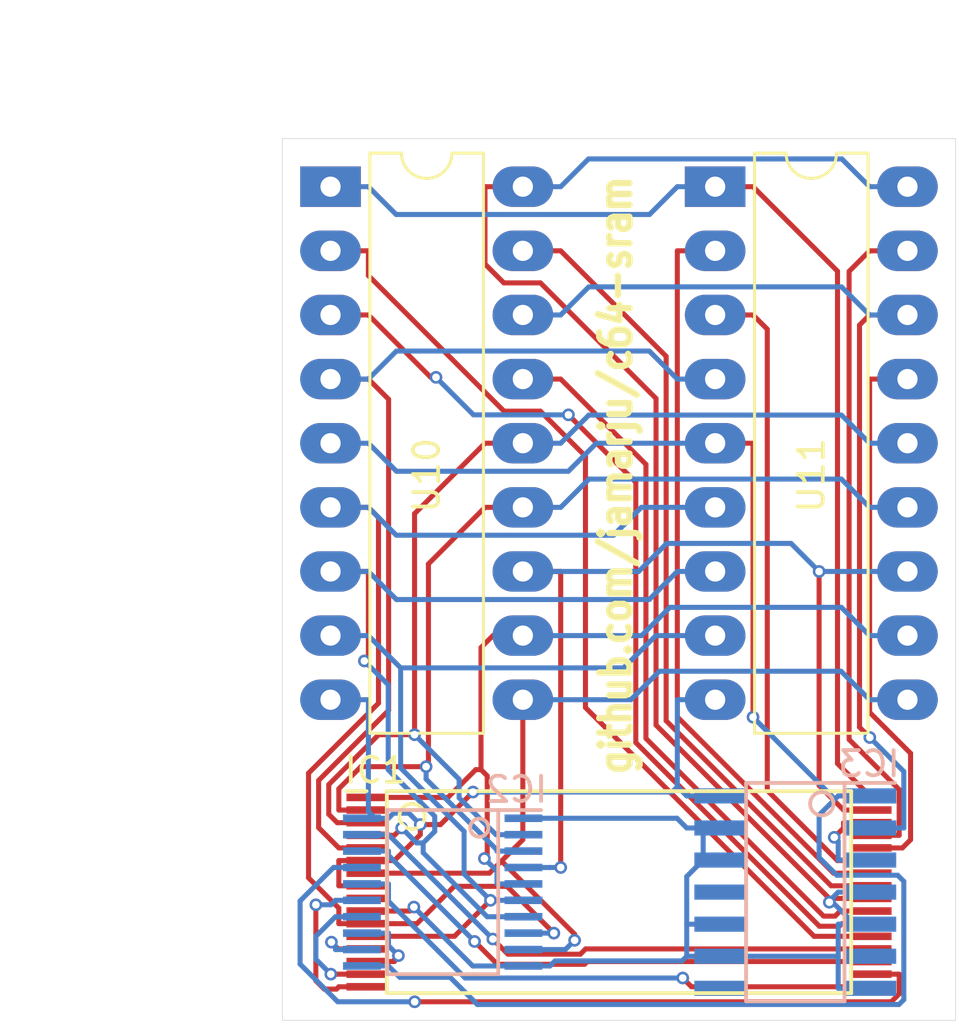
<source format=kicad_pcb>
(kicad_pcb (version 4) (host pcbnew 4.0.7)

  (general
    (links 67)
    (no_connects 0)
    (area 89.824715 84.549 126.377701 126.17)
    (thickness 1.6)
    (drawings 7)
    (tracks 409)
    (zones 0)
    (modules 5)
    (nets 36)
  )

  (page A4)
  (layers
    (0 F.Cu signal)
    (31 B.Cu signal)
    (32 B.Adhes user hide)
    (33 F.Adhes user hide)
    (34 B.Paste user hide)
    (35 F.Paste user hide)
    (36 B.SilkS user)
    (37 F.SilkS user)
    (38 B.Mask user)
    (39 F.Mask user)
    (40 Dwgs.User user)
    (41 Cmts.User user)
    (42 Eco1.User user hide)
    (43 Eco2.User user hide)
    (44 Edge.Cuts user)
    (45 Margin user)
    (46 B.CrtYd user hide)
    (47 F.CrtYd user)
    (48 B.Fab user hide)
    (49 F.Fab user hide)
  )

  (setup
    (last_trace_width 0.2)
    (trace_clearance 0.2)
    (zone_clearance 0.508)
    (zone_45_only no)
    (trace_min 0.2)
    (segment_width 0.2)
    (edge_width 0.0254)
    (via_size 0.5)
    (via_drill 0.3)
    (via_min_size 0.4)
    (via_min_drill 0.3)
    (uvia_size 0.3)
    (uvia_drill 0.1)
    (uvias_allowed no)
    (uvia_min_size 0.2)
    (uvia_min_drill 0.1)
    (pcb_text_width 0.3)
    (pcb_text_size 1.5 1.5)
    (mod_edge_width 0.15)
    (mod_text_size 1 1)
    (mod_text_width 0.15)
    (pad_size 1.524 1.524)
    (pad_drill 0.762)
    (pad_to_mask_clearance 0.2)
    (aux_axis_origin 0 0)
    (visible_elements FFFEFF7F)
    (pcbplotparams
      (layerselection 0x00030_80000001)
      (usegerberextensions false)
      (excludeedgelayer true)
      (linewidth 0.100000)
      (plotframeref false)
      (viasonmask false)
      (mode 1)
      (useauxorigin false)
      (hpglpennumber 1)
      (hpglpenspeed 20)
      (hpglpendiameter 15)
      (hpglpenoverlay 2)
      (psnegative false)
      (psa4output false)
      (plotreference true)
      (plotvalue true)
      (plotinvisibletext false)
      (padsonsilk false)
      (subtractmaskfromsilk false)
      (outputformat 1)
      (mirror false)
      (drillshape 1)
      (scaleselection 1)
      (outputdirectory ""))
  )

  (net 0 "")
  (net 1 /MA3)
  (net 2 /MA1)
  (net 3 /MA0)
  (net 4 /MA5)
  (net 5 /~WE)
  (net 6 /VCC)
  (net 7 /MA7)
  (net 8 "Net-(IC1-Pad9)")
  (net 9 GND)
  (net 10 /MA6)
  (net 11 /MA4)
  (net 12 /A7)
  (net 13 /A6)
  (net 14 /A5)
  (net 15 /A4)
  (net 16 /A3)
  (net 17 /A2)
  (net 18 /A1)
  (net 19 /A0)
  (net 20 /D0)
  (net 21 /D1)
  (net 22 /D2)
  (net 23 /D3)
  (net 24 /D4)
  (net 25 /D5)
  (net 26 /D6)
  (net 27 /D7)
  (net 28 "Net-(IC1-Pad30)")
  (net 29 /MA2)
  (net 30 /~OE)
  (net 31 /~RAS)
  (net 32 /~CAS)
  (net 33 "Net-(IC3-Pad6)")
  (net 34 "Net-(IC3-Pad8)")
  (net 35 "Net-(IC3-Pad11)")

  (net_class Default "Esta es la clase de red por defecto."
    (clearance 0.2)
    (trace_width 0.2)
    (via_dia 0.5)
    (via_drill 0.3)
    (uvia_dia 0.3)
    (uvia_drill 0.1)
    (add_net /A0)
    (add_net /A1)
    (add_net /A2)
    (add_net /A3)
    (add_net /A4)
    (add_net /A5)
    (add_net /A6)
    (add_net /A7)
    (add_net /D0)
    (add_net /D1)
    (add_net /D2)
    (add_net /D3)
    (add_net /D4)
    (add_net /D5)
    (add_net /D6)
    (add_net /D7)
    (add_net /MA0)
    (add_net /MA1)
    (add_net /MA2)
    (add_net /MA3)
    (add_net /MA4)
    (add_net /MA5)
    (add_net /MA6)
    (add_net /MA7)
    (add_net /VCC)
    (add_net /~CAS)
    (add_net /~OE)
    (add_net /~RAS)
    (add_net /~WE)
    (add_net GND)
    (add_net "Net-(IC1-Pad30)")
    (add_net "Net-(IC1-Pad9)")
    (add_net "Net-(IC3-Pad11)")
    (add_net "Net-(IC3-Pad6)")
    (add_net "Net-(IC3-Pad8)")
  )

  (module Housings_DIP:DIP-18_W7.62mm_LongPads (layer F.Cu) (tedit 5A78BAF6) (tstamp 5A6E356C)
    (at 116.84 91.44)
    (descr "18-lead though-hole mounted DIP package, row spacing 7.62 mm (300 mils), LongPads")
    (tags "THT DIP DIL PDIP 2.54mm 7.62mm 300mil LongPads")
    (path /5A6CD43B)
    (fp_text reference U11 (at 3.81 11.43 90) (layer F.SilkS)
      (effects (font (size 1 1) (thickness 0.15)))
    )
    (fp_text value TMS4464 (at 1.905 -2.413) (layer F.Fab)
      (effects (font (size 1 1) (thickness 0.15)))
    )
    (fp_arc (start 3.81 -1.33) (end 2.81 -1.33) (angle -180) (layer F.SilkS) (width 0.12))
    (fp_line (start 1.635 -1.27) (end 6.985 -1.27) (layer F.Fab) (width 0.1))
    (fp_line (start 6.985 -1.27) (end 6.985 21.59) (layer F.Fab) (width 0.1))
    (fp_line (start 6.985 21.59) (end 0.635 21.59) (layer F.Fab) (width 0.1))
    (fp_line (start 0.635 21.59) (end 0.635 -0.27) (layer F.Fab) (width 0.1))
    (fp_line (start 0.635 -0.27) (end 1.635 -1.27) (layer F.Fab) (width 0.1))
    (fp_line (start 2.81 -1.33) (end 1.56 -1.33) (layer F.SilkS) (width 0.12))
    (fp_line (start 1.56 -1.33) (end 1.56 21.65) (layer F.SilkS) (width 0.12))
    (fp_line (start 1.56 21.65) (end 6.06 21.65) (layer F.SilkS) (width 0.12))
    (fp_line (start 6.06 21.65) (end 6.06 -1.33) (layer F.SilkS) (width 0.12))
    (fp_line (start 6.06 -1.33) (end 4.81 -1.33) (layer F.SilkS) (width 0.12))
    (fp_line (start -1.45 -1.55) (end -1.45 21.85) (layer F.CrtYd) (width 0.05))
    (fp_line (start -1.45 21.85) (end 9.1 21.85) (layer F.CrtYd) (width 0.05))
    (fp_line (start 9.1 21.85) (end 9.1 -1.55) (layer F.CrtYd) (width 0.05))
    (fp_line (start 9.1 -1.55) (end -1.45 -1.55) (layer F.CrtYd) (width 0.05))
    (fp_text user %R (at 3.81 10.16) (layer F.Fab)
      (effects (font (size 1 1) (thickness 0.15)))
    )
    (pad 1 thru_hole rect (at 0 0) (size 2.4 1.6) (drill 0.8) (layers *.Cu *.Mask)
      (net 30 /~OE))
    (pad 10 thru_hole oval (at 7.62 20.32) (size 2.4 1.6) (drill 0.8) (layers *.Cu *.Mask)
      (net 7 /MA7))
    (pad 2 thru_hole oval (at 0 2.54) (size 2.4 1.6) (drill 0.8) (layers *.Cu *.Mask)
      (net 24 /D4))
    (pad 11 thru_hole oval (at 7.62 17.78) (size 2.4 1.6) (drill 0.8) (layers *.Cu *.Mask)
      (net 1 /MA3))
    (pad 3 thru_hole oval (at 0 5.08) (size 2.4 1.6) (drill 0.8) (layers *.Cu *.Mask)
      (net 25 /D5))
    (pad 12 thru_hole oval (at 7.62 15.24) (size 2.4 1.6) (drill 0.8) (layers *.Cu *.Mask)
      (net 29 /MA2))
    (pad 4 thru_hole oval (at 0 7.62) (size 2.4 1.6) (drill 0.8) (layers *.Cu *.Mask)
      (net 5 /~WE))
    (pad 13 thru_hole oval (at 7.62 12.7) (size 2.4 1.6) (drill 0.8) (layers *.Cu *.Mask)
      (net 2 /MA1))
    (pad 5 thru_hole oval (at 0 10.16) (size 2.4 1.6) (drill 0.8) (layers *.Cu *.Mask)
      (net 31 /~RAS))
    (pad 14 thru_hole oval (at 7.62 10.16) (size 2.4 1.6) (drill 0.8) (layers *.Cu *.Mask)
      (net 3 /MA0))
    (pad 6 thru_hole oval (at 0 12.7) (size 2.4 1.6) (drill 0.8) (layers *.Cu *.Mask)
      (net 10 /MA6))
    (pad 15 thru_hole oval (at 7.62 7.62) (size 2.4 1.6) (drill 0.8) (layers *.Cu *.Mask)
      (net 26 /D6))
    (pad 7 thru_hole oval (at 0 15.24) (size 2.4 1.6) (drill 0.8) (layers *.Cu *.Mask)
      (net 4 /MA5))
    (pad 16 thru_hole oval (at 7.62 5.08) (size 2.4 1.6) (drill 0.8) (layers *.Cu *.Mask)
      (net 32 /~CAS))
    (pad 8 thru_hole oval (at 0 17.78) (size 2.4 1.6) (drill 0.8) (layers *.Cu *.Mask)
      (net 11 /MA4))
    (pad 17 thru_hole oval (at 7.62 2.54) (size 2.4 1.6) (drill 0.8) (layers *.Cu *.Mask)
      (net 27 /D7))
    (pad 9 thru_hole oval (at 0 20.32) (size 2.4 1.6) (drill 0.8) (layers *.Cu *.Mask)
      (net 6 /VCC))
    (pad 18 thru_hole oval (at 7.62 0) (size 2.4 1.6) (drill 0.8) (layers *.Cu *.Mask)
      (net 9 GND))
    (model ${KISYS3DMOD}/Housings_DIP.3dshapes/DIP-18_W7.62mm.wrl
      (at (xyz 0 0 0))
      (scale (xyz 1 1 1))
      (rotate (xyz 0 0 0))
    )
  )

  (module Housings_DIP:DIP-18_W7.62mm_LongPads (layer F.Cu) (tedit 5A78BAEE) (tstamp 5A6E3556)
    (at 101.6 91.44)
    (descr "18-lead though-hole mounted DIP package, row spacing 7.62 mm (300 mils), LongPads")
    (tags "THT DIP DIL PDIP 2.54mm 7.62mm 300mil LongPads")
    (path /5A6CD45D)
    (fp_text reference U10 (at 3.81 11.43 90) (layer F.SilkS)
      (effects (font (size 1 1) (thickness 0.15)))
    )
    (fp_text value TMS4464 (at 2.159 -2.413) (layer F.Fab)
      (effects (font (size 1 1) (thickness 0.15)))
    )
    (fp_arc (start 3.81 -1.33) (end 2.81 -1.33) (angle -180) (layer F.SilkS) (width 0.12))
    (fp_line (start 1.635 -1.27) (end 6.985 -1.27) (layer F.Fab) (width 0.1))
    (fp_line (start 6.985 -1.27) (end 6.985 21.59) (layer F.Fab) (width 0.1))
    (fp_line (start 6.985 21.59) (end 0.635 21.59) (layer F.Fab) (width 0.1))
    (fp_line (start 0.635 21.59) (end 0.635 -0.27) (layer F.Fab) (width 0.1))
    (fp_line (start 0.635 -0.27) (end 1.635 -1.27) (layer F.Fab) (width 0.1))
    (fp_line (start 2.81 -1.33) (end 1.56 -1.33) (layer F.SilkS) (width 0.12))
    (fp_line (start 1.56 -1.33) (end 1.56 21.65) (layer F.SilkS) (width 0.12))
    (fp_line (start 1.56 21.65) (end 6.06 21.65) (layer F.SilkS) (width 0.12))
    (fp_line (start 6.06 21.65) (end 6.06 -1.33) (layer F.SilkS) (width 0.12))
    (fp_line (start 6.06 -1.33) (end 4.81 -1.33) (layer F.SilkS) (width 0.12))
    (fp_line (start -1.45 -1.55) (end -1.45 21.85) (layer F.CrtYd) (width 0.05))
    (fp_line (start -1.45 21.85) (end 9.1 21.85) (layer F.CrtYd) (width 0.05))
    (fp_line (start 9.1 21.85) (end 9.1 -1.55) (layer F.CrtYd) (width 0.05))
    (fp_line (start 9.1 -1.55) (end -1.45 -1.55) (layer F.CrtYd) (width 0.05))
    (fp_text user %R (at 3.81 10.16) (layer F.Fab)
      (effects (font (size 1 1) (thickness 0.15)))
    )
    (pad 1 thru_hole rect (at 0 0) (size 2.4 1.6) (drill 0.8) (layers *.Cu *.Mask)
      (net 30 /~OE))
    (pad 10 thru_hole oval (at 7.62 20.32) (size 2.4 1.6) (drill 0.8) (layers *.Cu *.Mask)
      (net 7 /MA7))
    (pad 2 thru_hole oval (at 0 2.54) (size 2.4 1.6) (drill 0.8) (layers *.Cu *.Mask)
      (net 20 /D0))
    (pad 11 thru_hole oval (at 7.62 17.78) (size 2.4 1.6) (drill 0.8) (layers *.Cu *.Mask)
      (net 1 /MA3))
    (pad 3 thru_hole oval (at 0 5.08) (size 2.4 1.6) (drill 0.8) (layers *.Cu *.Mask)
      (net 21 /D1))
    (pad 12 thru_hole oval (at 7.62 15.24) (size 2.4 1.6) (drill 0.8) (layers *.Cu *.Mask)
      (net 29 /MA2))
    (pad 4 thru_hole oval (at 0 7.62) (size 2.4 1.6) (drill 0.8) (layers *.Cu *.Mask)
      (net 5 /~WE))
    (pad 13 thru_hole oval (at 7.62 12.7) (size 2.4 1.6) (drill 0.8) (layers *.Cu *.Mask)
      (net 2 /MA1))
    (pad 5 thru_hole oval (at 0 10.16) (size 2.4 1.6) (drill 0.8) (layers *.Cu *.Mask)
      (net 31 /~RAS))
    (pad 14 thru_hole oval (at 7.62 10.16) (size 2.4 1.6) (drill 0.8) (layers *.Cu *.Mask)
      (net 3 /MA0))
    (pad 6 thru_hole oval (at 0 12.7) (size 2.4 1.6) (drill 0.8) (layers *.Cu *.Mask)
      (net 10 /MA6))
    (pad 15 thru_hole oval (at 7.62 7.62) (size 2.4 1.6) (drill 0.8) (layers *.Cu *.Mask)
      (net 22 /D2))
    (pad 7 thru_hole oval (at 0 15.24) (size 2.4 1.6) (drill 0.8) (layers *.Cu *.Mask)
      (net 4 /MA5))
    (pad 16 thru_hole oval (at 7.62 5.08) (size 2.4 1.6) (drill 0.8) (layers *.Cu *.Mask)
      (net 32 /~CAS))
    (pad 8 thru_hole oval (at 0 17.78) (size 2.4 1.6) (drill 0.8) (layers *.Cu *.Mask)
      (net 11 /MA4))
    (pad 17 thru_hole oval (at 7.62 2.54) (size 2.4 1.6) (drill 0.8) (layers *.Cu *.Mask)
      (net 23 /D3))
    (pad 9 thru_hole oval (at 0 20.32) (size 2.4 1.6) (drill 0.8) (layers *.Cu *.Mask)
      (net 6 /VCC))
    (pad 18 thru_hole oval (at 7.62 0) (size 2.4 1.6) (drill 0.8) (layers *.Cu *.Mask)
      (net 9 GND))
    (model ${KISYS3DMOD}/Housings_DIP.3dshapes/DIP-18_W7.62mm.wrl
      (at (xyz 0 0 0))
      (scale (xyz 1 1 1))
      (rotate (xyz 0 0 0))
    )
  )

  (module footprints:TSSOP20_4.4x6.3_p0.65 (layer B.Cu) (tedit 5A78BAB2) (tstamp 5A6E3524)
    (at 106.045 119.38 180)
    (path /5A6DDD64)
    (fp_text reference IC2 (at -2.921 4.064 180) (layer B.SilkS)
      (effects (font (size 1 1) (thickness 0.15)) (justify mirror))
    )
    (fp_text value 74HCT573 (at 0 4.5 180) (layer B.Fab)
      (effects (font (size 1 1) (thickness 0.15)) (justify mirror))
    )
    (fp_line (start -2.2 3.25) (end -3.9 3.25) (layer B.SilkS) (width 0.15))
    (fp_circle (center -1.45 2.55) (end -1.75 2.75) (layer B.SilkS) (width 0.15))
    (fp_line (start -3.2 -3.25) (end -3.2 3.25) (layer B.CrtYd) (width 0.15))
    (fp_line (start 3.2 -3.25) (end -3.2 -3.25) (layer B.CrtYd) (width 0.15))
    (fp_line (start 3.2 3.25) (end 3.2 -3.25) (layer B.CrtYd) (width 0.15))
    (fp_line (start -3.2 3.25) (end 3.2 3.25) (layer B.CrtYd) (width 0.15))
    (fp_line (start -2.2 -3.25) (end -2.2 3.25) (layer B.SilkS) (width 0.15))
    (fp_line (start 2.2 -3.25) (end -2.2 -3.25) (layer B.SilkS) (width 0.15))
    (fp_line (start 2.2 3.25) (end 2.2 -3.25) (layer B.SilkS) (width 0.15))
    (fp_line (start -2.2 3.25) (end 2.2 3.25) (layer B.SilkS) (width 0.15))
    (pad 1 smd rect (at -3.2 2.925 180) (size 1.5 0.3) (layers B.Cu B.Paste B.Mask)
      (net 9 GND))
    (pad 2 smd rect (at -3.2 2.275 180) (size 1.5 0.3) (layers B.Cu B.Paste B.Mask)
      (net 3 /MA0))
    (pad 3 smd rect (at -3.2 1.625 180) (size 1.5 0.3) (layers B.Cu B.Paste B.Mask)
      (net 2 /MA1))
    (pad 4 smd rect (at -3.2 0.975 180) (size 1.5 0.3) (layers B.Cu B.Paste B.Mask)
      (net 29 /MA2))
    (pad 5 smd rect (at -3.2 0.325 180) (size 1.5 0.3) (layers B.Cu B.Paste B.Mask)
      (net 1 /MA3))
    (pad 6 smd rect (at -3.2 -0.325 180) (size 1.5 0.3) (layers B.Cu B.Paste B.Mask)
      (net 11 /MA4))
    (pad 7 smd rect (at -3.2 -0.975 180) (size 1.5 0.3) (layers B.Cu B.Paste B.Mask)
      (net 4 /MA5))
    (pad 8 smd rect (at -3.2 -1.625 180) (size 1.5 0.3) (layers B.Cu B.Paste B.Mask)
      (net 10 /MA6))
    (pad 9 smd rect (at -3.2 -2.275 180) (size 1.5 0.3) (layers B.Cu B.Paste B.Mask)
      (net 7 /MA7))
    (pad 10 smd rect (at -3.2 -2.925 180) (size 1.5 0.3) (layers B.Cu B.Paste B.Mask)
      (net 9 GND))
    (pad 11 smd rect (at 3.2 -2.925 180) (size 1.5 0.3) (layers B.Cu B.Paste B.Mask)
      (net 31 /~RAS))
    (pad 12 smd rect (at 3.2 -2.275 180) (size 1.5 0.3) (layers B.Cu B.Paste B.Mask)
      (net 12 /A7))
    (pad 13 smd rect (at 3.2 -1.625 180) (size 1.5 0.3) (layers B.Cu B.Paste B.Mask)
      (net 13 /A6))
    (pad 14 smd rect (at 3.2 -0.975 180) (size 1.5 0.3) (layers B.Cu B.Paste B.Mask)
      (net 14 /A5))
    (pad 15 smd rect (at 3.2 -0.325 180) (size 1.5 0.3) (layers B.Cu B.Paste B.Mask)
      (net 15 /A4))
    (pad 16 smd rect (at 3.2 0.325 180) (size 1.5 0.3) (layers B.Cu B.Paste B.Mask)
      (net 16 /A3))
    (pad 17 smd rect (at 3.2 0.975 180) (size 1.5 0.3) (layers B.Cu B.Paste B.Mask)
      (net 17 /A2))
    (pad 18 smd rect (at 3.2 1.625 180) (size 1.5 0.3) (layers B.Cu B.Paste B.Mask)
      (net 18 /A1))
    (pad 19 smd rect (at 3.2 2.275 180) (size 1.5 0.3) (layers B.Cu B.Paste B.Mask)
      (net 19 /A0))
    (pad 20 smd rect (at 3.2 2.925 180) (size 1.5 0.3) (layers B.Cu B.Paste B.Mask)
      (net 6 /VCC))
  )

  (module footprints:SOIC-14_6x8.65 (layer B.Cu) (tedit 5A77ACF6) (tstamp 5A6E3540)
    (at 120.015 119.38 180)
    (path /5A6DDAD1)
    (fp_text reference IC3 (at -2.921 5.08 180) (layer B.SilkS)
      (effects (font (size 1 1) (thickness 0.15)) (justify mirror))
    )
    (fp_text value 74F32 (at -1.778 -5.715 180) (layer B.Fab)
      (effects (font (size 1 1) (thickness 0.15)) (justify mirror))
    )
    (fp_line (start -1.95 4.325) (end -3.95 4.325) (layer B.SilkS) (width 0.15))
    (fp_circle (center -1.05 3.5) (end -1.35 3.85) (layer B.SilkS) (width 0.15))
    (fp_line (start -3 -4.325) (end -3 4.325) (layer B.CrtYd) (width 0.15))
    (fp_line (start 3 -4.325) (end -3 -4.325) (layer B.CrtYd) (width 0.15))
    (fp_line (start 3 4.325) (end 3 -4.325) (layer B.CrtYd) (width 0.15))
    (fp_line (start -3 4.325) (end 3 4.325) (layer B.CrtYd) (width 0.15))
    (fp_line (start -1.95 4.325) (end -1.95 -4.325) (layer B.SilkS) (width 0.15))
    (fp_line (start -1.95 -4.325) (end 1.95 -4.325) (layer B.SilkS) (width 0.15))
    (fp_line (start 1.95 4.325) (end 1.95 -4.325) (layer B.SilkS) (width 0.15))
    (fp_line (start -1.95 4.325) (end 1.95 4.325) (layer B.SilkS) (width 0.15))
    (pad 1 smd rect (at -3 3.81 180) (size 2 0.6) (layers B.Cu B.Paste B.Mask)
      (net 31 /~RAS))
    (pad 2 smd rect (at -3 2.54 180) (size 2 0.6) (layers B.Cu B.Paste B.Mask)
      (net 32 /~CAS))
    (pad 3 smd rect (at -3 1.27 180) (size 2 0.6) (layers B.Cu B.Paste B.Mask)
      (net 28 "Net-(IC1-Pad30)"))
    (pad 4 smd rect (at -3 0 180) (size 2 0.6) (layers B.Cu B.Paste B.Mask)
      (net 9 GND))
    (pad 5 smd rect (at -3 -1.27 180) (size 2 0.6) (layers B.Cu B.Paste B.Mask)
      (net 9 GND))
    (pad 6 smd rect (at -3 -2.54 180) (size 2 0.6) (layers B.Cu B.Paste B.Mask)
      (net 33 "Net-(IC3-Pad6)"))
    (pad 7 smd rect (at -3 -3.81 180) (size 2 0.6) (layers B.Cu B.Paste B.Mask)
      (net 9 GND))
    (pad 8 smd rect (at 3 -3.81 180) (size 2 0.6) (layers B.Cu B.Paste B.Mask)
      (net 34 "Net-(IC3-Pad8)"))
    (pad 9 smd rect (at 3 -2.54 180) (size 2 0.6) (layers B.Cu B.Paste B.Mask)
      (net 9 GND))
    (pad 10 smd rect (at 3 -1.27 180) (size 2 0.6) (layers B.Cu B.Paste B.Mask)
      (net 9 GND))
    (pad 11 smd rect (at 3 0 180) (size 2 0.6) (layers B.Cu B.Paste B.Mask)
      (net 35 "Net-(IC3-Pad11)"))
    (pad 12 smd rect (at 3 1.27 180) (size 2 0.6) (layers B.Cu B.Paste B.Mask)
      (net 9 GND))
    (pad 13 smd rect (at 3 2.54 180) (size 2 0.6) (layers B.Cu B.Paste B.Mask)
      (net 9 GND))
    (pad 14 smd rect (at 3 3.81 180) (size 2 0.6) (layers B.Cu B.Paste B.Mask)
      (net 6 /VCC))
  )

  (module footprints:TSOP_I_32L_8x20_p0.5 (layer F.Cu) (tedit 5A78BAAA) (tstamp 5A78B516)
    (at 113.03 119.38)
    (path /5A6CCD0A)
    (fp_text reference IC1 (at -9.652 -4.826) (layer F.SilkS)
      (effects (font (size 1 1) (thickness 0.15)))
    )
    (fp_text value IS61C1024AL (at 0 -5) (layer F.Fab)
      (effects (font (size 1 1) (thickness 0.15)))
    )
    (fp_line (start -10 -4) (end -10.8 -4) (layer F.SilkS) (width 0.15))
    (fp_line (start -6 -4) (end -7.4 -4) (layer F.SilkS) (width 0.15))
    (fp_line (start -10 4) (end -10 -4) (layer F.CrtYd) (width 0.15))
    (fp_line (start 10 4) (end -10 4) (layer F.CrtYd) (width 0.15))
    (fp_line (start 10 -4) (end 10 4) (layer F.CrtYd) (width 0.15))
    (fp_line (start -10 -4) (end 10 -4) (layer F.CrtYd) (width 0.15))
    (fp_circle (center -8.2 -3) (end -8.7 -3) (layer F.SilkS) (width 0.15))
    (fp_line (start -9.2 4) (end -9.2 -4) (layer F.SilkS) (width 0.15))
    (fp_line (start 9.2 4) (end -9.2 4) (layer F.SilkS) (width 0.15))
    (fp_line (start 9.2 -4) (end 9.2 4) (layer F.SilkS) (width 0.15))
    (fp_line (start -9.2 -4) (end 9.2 -4) (layer F.SilkS) (width 0.15))
    (pad 1 smd rect (at -10 -3.75) (size 1.6 0.3) (layers F.Cu F.Paste F.Mask)
      (net 1 /MA3))
    (pad 2 smd rect (at -10 -3.25) (size 1.6 0.3) (layers F.Cu F.Paste F.Mask)
      (net 2 /MA1))
    (pad 3 smd rect (at -10 -2.75) (size 1.6 0.3) (layers F.Cu F.Paste F.Mask)
      (net 3 /MA0))
    (pad 4 smd rect (at -10 -2.25) (size 1.6 0.3) (layers F.Cu F.Paste F.Mask)
      (net 4 /MA5))
    (pad 5 smd rect (at -10 -1.75) (size 1.6 0.3) (layers F.Cu F.Paste F.Mask)
      (net 5 /~WE))
    (pad 6 smd rect (at -10 -1.25) (size 1.6 0.3) (layers F.Cu F.Paste F.Mask)
      (net 6 /VCC))
    (pad 7 smd rect (at -10 -0.75) (size 1.6 0.3) (layers F.Cu F.Paste F.Mask)
      (net 7 /MA7))
    (pad 8 smd rect (at -10 -0.25) (size 1.6 0.3) (layers F.Cu F.Paste F.Mask)
      (net 6 /VCC))
    (pad 9 smd rect (at -10 0.25) (size 1.6 0.3) (layers F.Cu F.Paste F.Mask)
      (net 8 "Net-(IC1-Pad9)"))
    (pad 10 smd rect (at -10 0.75) (size 1.6 0.3) (layers F.Cu F.Paste F.Mask)
      (net 9 GND))
    (pad 11 smd rect (at -10 1.25) (size 1.6 0.3) (layers F.Cu F.Paste F.Mask)
      (net 10 /MA6))
    (pad 12 smd rect (at -10 1.75) (size 1.6 0.3) (layers F.Cu F.Paste F.Mask)
      (net 11 /MA4))
    (pad 13 smd rect (at -10 2.25) (size 1.6 0.3) (layers F.Cu F.Paste F.Mask)
      (net 12 /A7))
    (pad 14 smd rect (at -10 2.75) (size 1.6 0.3) (layers F.Cu F.Paste F.Mask)
      (net 13 /A6))
    (pad 15 smd rect (at -10 3.25) (size 1.6 0.3) (layers F.Cu F.Paste F.Mask)
      (net 14 /A5))
    (pad 16 smd rect (at -10 3.75) (size 1.6 0.3) (layers F.Cu F.Paste F.Mask)
      (net 15 /A4))
    (pad 17 smd rect (at 10 3.75) (size 1.6 0.3) (layers F.Cu F.Paste F.Mask)
      (net 16 /A3))
    (pad 18 smd rect (at 10 3.25) (size 1.6 0.3) (layers F.Cu F.Paste F.Mask)
      (net 17 /A2))
    (pad 19 smd rect (at 10 2.75) (size 1.6 0.3) (layers F.Cu F.Paste F.Mask)
      (net 18 /A1))
    (pad 20 smd rect (at 10 2.25) (size 1.6 0.3) (layers F.Cu F.Paste F.Mask)
      (net 19 /A0))
    (pad 21 smd rect (at 10 1.75) (size 1.6 0.3) (layers F.Cu F.Paste F.Mask)
      (net 20 /D0))
    (pad 22 smd rect (at 10 1.25) (size 1.6 0.3) (layers F.Cu F.Paste F.Mask)
      (net 21 /D1))
    (pad 23 smd rect (at 10 0.75) (size 1.6 0.3) (layers F.Cu F.Paste F.Mask)
      (net 22 /D2))
    (pad 24 smd rect (at 10 0.25) (size 1.6 0.3) (layers F.Cu F.Paste F.Mask)
      (net 9 GND))
    (pad 25 smd rect (at 10 -0.25) (size 1.6 0.3) (layers F.Cu F.Paste F.Mask)
      (net 23 /D3))
    (pad 26 smd rect (at 10 -0.75) (size 1.6 0.3) (layers F.Cu F.Paste F.Mask)
      (net 24 /D4))
    (pad 27 smd rect (at 10 -1.25) (size 1.6 0.3) (layers F.Cu F.Paste F.Mask)
      (net 25 /D5))
    (pad 28 smd rect (at 10 -1.75) (size 1.6 0.3) (layers F.Cu F.Paste F.Mask)
      (net 26 /D6))
    (pad 29 smd rect (at 10 -2.25) (size 1.6 0.3) (layers F.Cu F.Paste F.Mask)
      (net 27 /D7))
    (pad 30 smd rect (at 10 -2.75) (size 1.6 0.3) (layers F.Cu F.Paste F.Mask)
      (net 28 "Net-(IC1-Pad30)"))
    (pad 31 smd rect (at 10 -3.25) (size 1.6 0.3) (layers F.Cu F.Paste F.Mask)
      (net 29 /MA2))
    (pad 32 smd rect (at 10 -3.75) (size 1.6 0.3) (layers F.Cu F.Paste F.Mask)
      (net 30 /~OE))
  )

  (gr_text github.com/jamarju/c64-sram (at 112.903 102.87 90) (layer F.SilkS)
    (effects (font (size 1.2 1) (thickness 0.25)))
  )
  (dimension 34.925 (width 0.3) (layer Dwgs.User)
    (gr_text 1,3750in (at 94.789 106.9975 270) (layer Dwgs.User)
      (effects (font (size 1.5 1.5) (thickness 0.3)))
    )
    (feature1 (pts (xy 99.695 124.46) (xy 93.439 124.46)))
    (feature2 (pts (xy 99.695 89.535) (xy 93.439 89.535)))
    (crossbar (pts (xy 96.139 89.535) (xy 96.139 124.46)))
    (arrow1a (pts (xy 96.139 124.46) (xy 95.552579 123.333496)))
    (arrow1b (pts (xy 96.139 124.46) (xy 96.725421 123.333496)))
    (arrow2a (pts (xy 96.139 89.535) (xy 95.552579 90.661504)))
    (arrow2b (pts (xy 96.139 89.535) (xy 96.725421 90.661504)))
  )
  (dimension 26.67 (width 0.3) (layer Dwgs.User)
    (gr_text 1,0500in (at 113.03 85.899) (layer Dwgs.User)
      (effects (font (size 1.5 1.5) (thickness 0.3)))
    )
    (feature1 (pts (xy 126.365 89.535) (xy 126.365 84.549)))
    (feature2 (pts (xy 99.695 89.535) (xy 99.695 84.549)))
    (crossbar (pts (xy 99.695 87.249) (xy 126.365 87.249)))
    (arrow1a (pts (xy 126.365 87.249) (xy 125.238496 87.835421)))
    (arrow1b (pts (xy 126.365 87.249) (xy 125.238496 86.662579)))
    (arrow2a (pts (xy 99.695 87.249) (xy 100.821504 87.835421)))
    (arrow2b (pts (xy 99.695 87.249) (xy 100.821504 86.662579)))
  )
  (gr_line (start 99.695 124.46) (end 99.695 89.535) (layer Edge.Cuts) (width 0.0254))
  (gr_line (start 126.365 124.46) (end 99.695 124.46) (layer Edge.Cuts) (width 0.0254))
  (gr_line (start 126.365 89.535) (end 126.365 124.46) (layer Edge.Cuts) (width 0.0254))
  (gr_line (start 99.695 89.535) (end 126.365 89.535) (layer Edge.Cuts) (width 0.0254))

  (via (at 107.6969 118.0505) (size 0.5) (layers F.Cu B.Cu) (net 1))
  (segment (start 121.841 108.1013) (end 122.9597 109.22) (width 0.2) (layer B.Cu) (net 1))
  (segment (start 115.0432 108.1013) (end 121.841 108.1013) (width 0.2) (layer B.Cu) (net 1))
  (segment (start 113.9245 109.22) (end 115.0432 108.1013) (width 0.2) (layer B.Cu) (net 1))
  (segment (start 110.7203 109.22) (end 113.9245 109.22) (width 0.2) (layer B.Cu) (net 1))
  (segment (start 109.22 109.22) (end 110.7203 109.22) (width 0.2) (layer B.Cu) (net 1))
  (segment (start 124.46 109.22) (end 122.9597 109.22) (width 0.2) (layer B.Cu) (net 1))
  (segment (start 109.22 109.22) (end 108.0364 109.22) (width 0.2) (layer F.Cu) (net 1))
  (segment (start 109.245 119.055) (end 108.1947 119.055) (width 0.2) (layer B.Cu) (net 1))
  (segment (start 107.5619 109.6945) (end 108.0364 109.22) (width 0.2) (layer F.Cu) (net 1))
  (segment (start 107.5619 114.529) (end 107.5619 109.6945) (width 0.2) (layer F.Cu) (net 1))
  (segment (start 108.1947 118.5483) (end 107.6969 118.0505) (width 0.2) (layer B.Cu) (net 1))
  (segment (start 108.1947 119.055) (end 108.1947 118.5483) (width 0.2) (layer B.Cu) (net 1))
  (segment (start 107.8073 114.7744) (end 107.5619 114.529) (width 0.2) (layer F.Cu) (net 1))
  (segment (start 107.8073 117.9401) (end 107.8073 114.7744) (width 0.2) (layer F.Cu) (net 1))
  (segment (start 107.6969 118.0505) (end 107.8073 117.9401) (width 0.2) (layer F.Cu) (net 1))
  (segment (start 106.2529 115.63) (end 103.03 115.63) (width 0.2) (layer F.Cu) (net 1))
  (segment (start 107.3539 114.529) (end 106.2529 115.63) (width 0.2) (layer F.Cu) (net 1))
  (segment (start 107.5619 114.529) (end 107.3539 114.529) (width 0.2) (layer F.Cu) (net 1))
  (via (at 105.3871 114.4113) (size 0.5) (layers F.Cu B.Cu) (net 2))
  (segment (start 111.8401 103.0202) (end 110.7203 104.14) (width 0.2) (layer B.Cu) (net 2))
  (segment (start 121.8399 103.0202) (end 111.8401 103.0202) (width 0.2) (layer B.Cu) (net 2))
  (segment (start 122.9597 104.14) (end 121.8399 103.0202) (width 0.2) (layer B.Cu) (net 2))
  (segment (start 124.46 104.14) (end 122.9597 104.14) (width 0.2) (layer B.Cu) (net 2))
  (segment (start 109.22 104.14) (end 110.7203 104.14) (width 0.2) (layer B.Cu) (net 2))
  (segment (start 103.03 116.13) (end 101.9297 116.13) (width 0.2) (layer F.Cu) (net 2))
  (segment (start 109.22 104.14) (end 107.7197 104.14) (width 0.2) (layer F.Cu) (net 2))
  (segment (start 109.245 117.755) (end 108.1947 117.755) (width 0.2) (layer B.Cu) (net 2))
  (segment (start 105.4793 114.3191) (end 105.3871 114.4113) (width 0.2) (layer F.Cu) (net 2))
  (segment (start 105.4793 106.3804) (end 105.4793 114.3191) (width 0.2) (layer F.Cu) (net 2))
  (segment (start 107.7197 104.14) (end 105.4793 106.3804) (width 0.2) (layer F.Cu) (net 2))
  (segment (start 101.9297 115.2868) (end 101.9297 116.13) (width 0.2) (layer F.Cu) (net 2))
  (segment (start 102.8052 114.4113) (end 101.9297 115.2868) (width 0.2) (layer F.Cu) (net 2))
  (segment (start 105.3871 114.4113) (end 102.8052 114.4113) (width 0.2) (layer F.Cu) (net 2))
  (segment (start 108.1947 117.7109) (end 108.1947 117.755) (width 0.2) (layer B.Cu) (net 2))
  (segment (start 105.3871 114.9033) (end 108.1947 117.7109) (width 0.2) (layer B.Cu) (net 2))
  (segment (start 105.3871 114.4113) (end 105.3871 114.9033) (width 0.2) (layer B.Cu) (net 2))
  (via (at 104.929 113.1448) (size 0.5) (layers F.Cu B.Cu) (net 3))
  (segment (start 121.8449 100.4852) (end 122.9597 101.6) (width 0.2) (layer B.Cu) (net 3))
  (segment (start 111.8351 100.4852) (end 121.8449 100.4852) (width 0.2) (layer B.Cu) (net 3))
  (segment (start 110.7203 101.6) (end 111.8351 100.4852) (width 0.2) (layer B.Cu) (net 3))
  (segment (start 109.22 101.6) (end 110.7203 101.6) (width 0.2) (layer B.Cu) (net 3))
  (segment (start 124.46 101.6) (end 122.9597 101.6) (width 0.2) (layer B.Cu) (net 3))
  (segment (start 109.22 101.6) (end 107.7197 101.6) (width 0.2) (layer F.Cu) (net 3))
  (segment (start 109.245 117.105) (end 108.1947 117.105) (width 0.2) (layer B.Cu) (net 3))
  (segment (start 103.03 116.63) (end 101.9297 116.63) (width 0.2) (layer F.Cu) (net 3))
  (segment (start 103.5056 113.1448) (end 104.929 113.1448) (width 0.2) (layer F.Cu) (net 3))
  (segment (start 101.5294 115.121) (end 103.5056 113.1448) (width 0.2) (layer F.Cu) (net 3))
  (segment (start 101.5294 116.2958) (end 101.5294 115.121) (width 0.2) (layer F.Cu) (net 3))
  (segment (start 101.8636 116.63) (end 101.5294 116.2958) (width 0.2) (layer F.Cu) (net 3))
  (segment (start 101.9297 116.63) (end 101.8636 116.63) (width 0.2) (layer F.Cu) (net 3))
  (segment (start 104.929 104.3907) (end 104.929 113.1448) (width 0.2) (layer F.Cu) (net 3))
  (segment (start 107.7197 101.6) (end 104.929 104.3907) (width 0.2) (layer F.Cu) (net 3))
  (segment (start 108.1549 117.105) (end 108.1947 117.105) (width 0.2) (layer B.Cu) (net 3))
  (segment (start 106.6943 115.6444) (end 108.1549 117.105) (width 0.2) (layer B.Cu) (net 3))
  (segment (start 106.6943 114.9101) (end 106.6943 115.6444) (width 0.2) (layer B.Cu) (net 3))
  (segment (start 104.929 113.1448) (end 106.6943 114.9101) (width 0.2) (layer B.Cu) (net 3))
  (via (at 104.4197 116.8406) (size 0.5) (layers F.Cu B.Cu) (net 4))
  (via (at 102.9408 110.2241) (size 0.5) (layers F.Cu B.Cu) (net 4))
  (segment (start 101.6 106.68) (end 103.1003 106.68) (width 0.2) (layer B.Cu) (net 4))
  (segment (start 116.84 106.68) (end 115.3397 106.68) (width 0.2) (layer B.Cu) (net 4))
  (segment (start 103.03 117.13) (end 104.1303 117.13) (width 0.2) (layer F.Cu) (net 4))
  (segment (start 109.245 120.355) (end 108.1947 120.355) (width 0.2) (layer B.Cu) (net 4))
  (segment (start 104.2115 107.7912) (end 103.1003 106.68) (width 0.2) (layer B.Cu) (net 4))
  (segment (start 114.2285 107.7912) (end 104.2115 107.7912) (width 0.2) (layer B.Cu) (net 4))
  (segment (start 115.3397 106.68) (end 114.2285 107.7912) (width 0.2) (layer B.Cu) (net 4))
  (segment (start 101.6 106.68) (end 103.1003 106.68) (width 0.2) (layer F.Cu) (net 4))
  (segment (start 107.8062 120.355) (end 108.1947 120.355) (width 0.2) (layer B.Cu) (net 4))
  (segment (start 105.2716 117.8204) (end 107.8062 120.355) (width 0.2) (layer B.Cu) (net 4))
  (segment (start 105.2716 117.432) (end 105.2716 117.8204) (width 0.2) (layer B.Cu) (net 4))
  (segment (start 103.1003 110.0646) (end 103.1003 106.68) (width 0.2) (layer F.Cu) (net 4))
  (segment (start 102.9408 110.2241) (end 103.1003 110.0646) (width 0.2) (layer F.Cu) (net 4))
  (segment (start 105.0111 117.432) (end 104.4197 116.8406) (width 0.2) (layer B.Cu) (net 4))
  (segment (start 105.2716 117.432) (end 105.0111 117.432) (width 0.2) (layer B.Cu) (net 4))
  (segment (start 104.1303 117.13) (end 104.4197 116.8406) (width 0.2) (layer F.Cu) (net 4))
  (segment (start 105.7291 116.9745) (end 105.2716 117.432) (width 0.2) (layer B.Cu) (net 4))
  (segment (start 105.7291 116.3775) (end 105.7291 116.9745) (width 0.2) (layer B.Cu) (net 4))
  (segment (start 103.8857 114.5341) (end 105.7291 116.3775) (width 0.2) (layer B.Cu) (net 4))
  (segment (start 103.8857 111.169) (end 103.8857 114.5341) (width 0.2) (layer B.Cu) (net 4))
  (segment (start 102.9408 110.2241) (end 103.8857 111.169) (width 0.2) (layer B.Cu) (net 4))
  (segment (start 101.6 99.06) (end 103.1003 99.06) (width 0.2) (layer F.Cu) (net 5))
  (segment (start 103.03 117.63) (end 101.9297 117.63) (width 0.2) (layer F.Cu) (net 5))
  (segment (start 103.9009 99.8606) (end 103.1003 99.06) (width 0.2) (layer F.Cu) (net 5))
  (segment (start 103.9009 112.1834) (end 103.9009 99.8606) (width 0.2) (layer F.Cu) (net 5))
  (segment (start 101.1291 114.9552) (end 103.9009 112.1834) (width 0.2) (layer F.Cu) (net 5))
  (segment (start 101.1291 116.8294) (end 101.1291 114.9552) (width 0.2) (layer F.Cu) (net 5))
  (segment (start 101.9297 117.63) (end 101.1291 116.8294) (width 0.2) (layer F.Cu) (net 5))
  (segment (start 114.2285 97.9488) (end 115.3397 99.06) (width 0.2) (layer B.Cu) (net 5))
  (segment (start 104.2115 97.9488) (end 114.2285 97.9488) (width 0.2) (layer B.Cu) (net 5))
  (segment (start 103.1003 99.06) (end 104.2115 97.9488) (width 0.2) (layer B.Cu) (net 5))
  (segment (start 101.6 99.06) (end 103.1003 99.06) (width 0.2) (layer B.Cu) (net 5))
  (segment (start 116.84 99.06) (end 115.3397 99.06) (width 0.2) (layer B.Cu) (net 5))
  (via (at 105.1572 116.7046) (size 0.5) (layers F.Cu B.Cu) (net 6))
  (via (at 107.2446 115.4165) (size 0.5) (layers F.Cu B.Cu) (net 6))
  (segment (start 101.9297 119.13) (end 101.9297 118.13) (width 0.2) (layer F.Cu) (net 6))
  (segment (start 103.03 119.13) (end 101.9297 119.13) (width 0.2) (layer F.Cu) (net 6))
  (segment (start 103.03 118.13) (end 101.9297 118.13) (width 0.2) (layer F.Cu) (net 6))
  (segment (start 103.03 118.13) (end 104.1303 118.13) (width 0.2) (layer F.Cu) (net 6))
  (segment (start 117.015 115.57) (end 115.7147 115.57) (width 0.2) (layer B.Cu) (net 6))
  (segment (start 116.84 111.76) (end 115.3397 111.76) (width 0.2) (layer B.Cu) (net 6))
  (segment (start 102.845 116.455) (end 103.3702 116.455) (width 0.2) (layer B.Cu) (net 6))
  (segment (start 103.3702 116.455) (end 103.8953 116.455) (width 0.2) (layer B.Cu) (net 6))
  (segment (start 103.1003 116.1851) (end 103.1003 111.76) (width 0.2) (layer B.Cu) (net 6))
  (segment (start 103.3702 116.455) (end 103.1003 116.1851) (width 0.2) (layer B.Cu) (net 6))
  (segment (start 101.6 111.76) (end 103.1003 111.76) (width 0.2) (layer B.Cu) (net 6))
  (segment (start 104.7071 116.2545) (end 105.1572 116.7046) (width 0.2) (layer B.Cu) (net 6))
  (segment (start 104.0958 116.2545) (end 104.7071 116.2545) (width 0.2) (layer B.Cu) (net 6))
  (segment (start 103.8953 116.455) (end 104.0958 116.2545) (width 0.2) (layer B.Cu) (net 6))
  (segment (start 105.1572 117.1031) (end 105.1572 116.7046) (width 0.2) (layer F.Cu) (net 6))
  (segment (start 104.1303 118.13) (end 105.1572 117.1031) (width 0.2) (layer F.Cu) (net 6))
  (segment (start 115.1344 115.4165) (end 115.3397 115.2112) (width 0.2) (layer B.Cu) (net 6))
  (segment (start 107.2446 115.4165) (end 115.1344 115.4165) (width 0.2) (layer B.Cu) (net 6))
  (segment (start 115.3397 111.76) (end 115.3397 115.2112) (width 0.2) (layer B.Cu) (net 6))
  (segment (start 115.3559 115.2112) (end 115.7147 115.57) (width 0.2) (layer B.Cu) (net 6))
  (segment (start 115.3397 115.2112) (end 115.3559 115.2112) (width 0.2) (layer B.Cu) (net 6))
  (segment (start 105.9565 116.7046) (end 107.2446 115.4165) (width 0.2) (layer F.Cu) (net 6))
  (segment (start 105.1572 116.7046) (end 105.9565 116.7046) (width 0.2) (layer F.Cu) (net 6))
  (via (at 111.2713 121.2885) (size 0.5) (layers F.Cu B.Cu) (net 7))
  (segment (start 103.03 118.63) (end 104.1303 118.63) (width 0.2) (layer F.Cu) (net 7))
  (segment (start 110.9048 121.655) (end 109.245 121.655) (width 0.2) (layer B.Cu) (net 7))
  (segment (start 111.2713 121.2885) (end 110.9048 121.655) (width 0.2) (layer B.Cu) (net 7))
  (segment (start 111.2713 121.0471) (end 111.2713 121.2885) (width 0.2) (layer F.Cu) (net 7))
  (segment (start 108.375 118.1507) (end 111.2713 121.0471) (width 0.2) (layer F.Cu) (net 7))
  (segment (start 109.22 117.3057) (end 108.375 118.1507) (width 0.2) (layer F.Cu) (net 7))
  (segment (start 109.22 111.76) (end 109.22 117.3057) (width 0.2) (layer F.Cu) (net 7))
  (segment (start 107.8957 118.63) (end 104.1303 118.63) (width 0.2) (layer F.Cu) (net 7))
  (segment (start 108.375 118.1507) (end 107.8957 118.63) (width 0.2) (layer F.Cu) (net 7))
  (segment (start 121.8319 110.6322) (end 122.9597 111.76) (width 0.2) (layer B.Cu) (net 7))
  (segment (start 114.6279 110.6322) (end 121.8319 110.6322) (width 0.2) (layer B.Cu) (net 7))
  (segment (start 113.5001 111.76) (end 114.6279 110.6322) (width 0.2) (layer B.Cu) (net 7))
  (segment (start 109.22 111.76) (end 113.5001 111.76) (width 0.2) (layer B.Cu) (net 7))
  (segment (start 124.46 111.76) (end 122.9597 111.76) (width 0.2) (layer B.Cu) (net 7))
  (via (at 121.3637 119.7808) (size 0.5) (layers F.Cu B.Cu) (net 9))
  (via (at 104.902 119.9715) (size 0.5) (layers F.Cu B.Cu) (net 9))
  (segment (start 123.015 123.19) (end 121.7147 123.19) (width 0.2) (layer B.Cu) (net 9))
  (segment (start 109.245 116.455) (end 110.2953 116.455) (width 0.2) (layer B.Cu) (net 9))
  (segment (start 111.8206 90.3397) (end 110.7203 91.44) (width 0.2) (layer B.Cu) (net 9))
  (segment (start 121.8594 90.3397) (end 111.8206 90.3397) (width 0.2) (layer B.Cu) (net 9))
  (segment (start 122.9597 91.44) (end 121.8594 90.3397) (width 0.2) (layer B.Cu) (net 9))
  (segment (start 124.46 91.44) (end 122.9597 91.44) (width 0.2) (layer B.Cu) (net 9))
  (segment (start 109.22 91.44) (end 110.7203 91.44) (width 0.2) (layer B.Cu) (net 9))
  (segment (start 115.3297 116.455) (end 115.7147 116.84) (width 0.2) (layer B.Cu) (net 9))
  (segment (start 110.2953 116.455) (end 115.3297 116.455) (width 0.2) (layer B.Cu) (net 9))
  (segment (start 109.22 91.44) (end 107.7197 91.44) (width 0.2) (layer F.Cu) (net 9))
  (segment (start 117.015 121.92) (end 118.3153 121.92) (width 0.2) (layer B.Cu) (net 9))
  (segment (start 121.7147 121.92) (end 118.3153 121.92) (width 0.2) (layer B.Cu) (net 9))
  (segment (start 121.7147 123.19) (end 121.7147 121.92) (width 0.2) (layer B.Cu) (net 9))
  (segment (start 121.7147 121.92) (end 121.7147 120.65) (width 0.2) (layer B.Cu) (net 9))
  (segment (start 123.015 119.38) (end 121.7147 119.38) (width 0.2) (layer B.Cu) (net 9))
  (segment (start 123.015 120.65) (end 122.3649 120.65) (width 0.2) (layer B.Cu) (net 9))
  (segment (start 122.3649 120.65) (end 121.7147 120.65) (width 0.2) (layer B.Cu) (net 9))
  (segment (start 117.015 118.11) (end 116.3649 118.11) (width 0.2) (layer B.Cu) (net 9))
  (segment (start 117.015 116.84) (end 116.3649 116.84) (width 0.2) (layer B.Cu) (net 9))
  (segment (start 116.3649 116.84) (end 115.7147 116.84) (width 0.2) (layer B.Cu) (net 9))
  (segment (start 117.015 120.65) (end 115.7147 120.65) (width 0.2) (layer B.Cu) (net 9))
  (segment (start 116.3649 116.84) (end 116.3649 118.11) (width 0.2) (layer B.Cu) (net 9))
  (segment (start 115.7147 118.7602) (end 115.7147 120.65) (width 0.2) (layer B.Cu) (net 9))
  (segment (start 116.3649 118.11) (end 115.7147 118.7602) (width 0.2) (layer B.Cu) (net 9))
  (segment (start 103.03 120.13) (end 104.1303 120.13) (width 0.2) (layer F.Cu) (net 9))
  (segment (start 109.245 122.305) (end 110.2953 122.305) (width 0.2) (layer B.Cu) (net 9))
  (segment (start 117.015 121.92) (end 115.7147 121.92) (width 0.2) (layer B.Cu) (net 9))
  (segment (start 115.7147 120.65) (end 115.7147 121.92) (width 0.2) (layer B.Cu) (net 9))
  (segment (start 110.4949 122.1054) (end 110.2953 122.305) (width 0.2) (layer B.Cu) (net 9))
  (segment (start 115.5293 122.1054) (end 110.4949 122.1054) (width 0.2) (layer B.Cu) (net 9))
  (segment (start 115.7147 121.92) (end 115.5293 122.1054) (width 0.2) (layer B.Cu) (net 9))
  (segment (start 107.2355 122.305) (end 104.902 119.9715) (width 0.2) (layer B.Cu) (net 9))
  (segment (start 109.245 122.305) (end 107.2355 122.305) (width 0.2) (layer B.Cu) (net 9))
  (segment (start 104.7435 120.13) (end 104.1303 120.13) (width 0.2) (layer F.Cu) (net 9))
  (segment (start 104.902 119.9715) (end 104.7435 120.13) (width 0.2) (layer F.Cu) (net 9))
  (segment (start 121.3637 119.6307) (end 121.3637 119.7808) (width 0.2) (layer F.Cu) (net 9))
  (segment (start 114.4973 112.7643) (end 121.3637 119.6307) (width 0.2) (layer F.Cu) (net 9))
  (segment (start 114.4973 99.828) (end 114.4973 112.7643) (width 0.2) (layer F.Cu) (net 9))
  (segment (start 109.9193 95.25) (end 114.4973 99.828) (width 0.2) (layer F.Cu) (net 9))
  (segment (start 108.4667 95.25) (end 109.9193 95.25) (width 0.2) (layer F.Cu) (net 9))
  (segment (start 107.7197 94.503) (end 108.4667 95.25) (width 0.2) (layer F.Cu) (net 9))
  (segment (start 107.7197 91.44) (end 107.7197 94.503) (width 0.2) (layer F.Cu) (net 9))
  (segment (start 121.929 119.6307) (end 121.9297 119.63) (width 0.2) (layer F.Cu) (net 9))
  (segment (start 121.3637 119.6307) (end 121.929 119.6307) (width 0.2) (layer F.Cu) (net 9))
  (segment (start 121.5052 119.7808) (end 121.3637 119.7808) (width 0.2) (layer B.Cu) (net 9))
  (segment (start 121.5052 119.7903) (end 121.5052 119.7808) (width 0.2) (layer B.Cu) (net 9))
  (segment (start 122.3649 120.65) (end 121.5052 119.7903) (width 0.2) (layer B.Cu) (net 9))
  (segment (start 121.5052 119.5895) (end 121.7147 119.38) (width 0.2) (layer B.Cu) (net 9))
  (segment (start 121.5052 119.7808) (end 121.5052 119.5895) (width 0.2) (layer B.Cu) (net 9))
  (segment (start 123.03 119.63) (end 121.9297 119.63) (width 0.2) (layer F.Cu) (net 9))
  (via (at 110.449 121.005) (size 0.5) (layers F.Cu B.Cu) (net 10))
  (segment (start 113.9174 104.14) (end 116.84 104.14) (width 0.2) (layer B.Cu) (net 10))
  (segment (start 112.8142 105.2432) (end 113.9174 104.14) (width 0.2) (layer B.Cu) (net 10))
  (segment (start 104.2035 105.2432) (end 112.8142 105.2432) (width 0.2) (layer B.Cu) (net 10))
  (segment (start 103.1003 104.14) (end 104.2035 105.2432) (width 0.2) (layer B.Cu) (net 10))
  (segment (start 101.6 104.14) (end 103.1003 104.14) (width 0.2) (layer B.Cu) (net 10))
  (segment (start 103.03 120.63) (end 101.9297 120.63) (width 0.2) (layer F.Cu) (net 10))
  (segment (start 101.6 104.14) (end 103.1003 104.14) (width 0.2) (layer F.Cu) (net 10))
  (segment (start 109.245 121.005) (end 110.2953 121.005) (width 0.2) (layer B.Cu) (net 10))
  (segment (start 110.2953 121.005) (end 110.449 121.005) (width 0.2) (layer B.Cu) (net 10))
  (segment (start 103.03 120.63) (end 104.1303 120.63) (width 0.2) (layer F.Cu) (net 10))
  (segment (start 105.022 120.63) (end 104.1303 120.63) (width 0.2) (layer F.Cu) (net 10))
  (segment (start 106.5005 119.1515) (end 105.022 120.63) (width 0.2) (layer F.Cu) (net 10))
  (segment (start 108.5955 119.1515) (end 106.5005 119.1515) (width 0.2) (layer F.Cu) (net 10))
  (segment (start 110.449 121.005) (end 108.5955 119.1515) (width 0.2) (layer F.Cu) (net 10))
  (segment (start 103.5006 104.5403) (end 103.1003 104.14) (width 0.2) (layer F.Cu) (net 10))
  (segment (start 103.5006 111.8976) (end 103.5006 104.5403) (width 0.2) (layer F.Cu) (net 10))
  (segment (start 100.7288 114.6694) (end 103.5006 111.8976) (width 0.2) (layer F.Cu) (net 10))
  (segment (start 100.7288 118.8139) (end 100.7288 114.6694) (width 0.2) (layer F.Cu) (net 10))
  (segment (start 101.9297 120.0148) (end 100.7288 118.8139) (width 0.2) (layer F.Cu) (net 10))
  (segment (start 101.9297 120.63) (end 101.9297 120.0148) (width 0.2) (layer F.Cu) (net 10))
  (via (at 107.9368 119.705) (size 0.5) (layers F.Cu B.Cu) (net 11))
  (segment (start 109.245 119.705) (end 108.1947 119.705) (width 0.2) (layer B.Cu) (net 11))
  (segment (start 108.1947 119.705) (end 107.9368 119.705) (width 0.2) (layer B.Cu) (net 11))
  (segment (start 101.6 109.22) (end 103.1003 109.22) (width 0.2) (layer B.Cu) (net 11))
  (segment (start 106.5118 121.13) (end 107.9368 119.705) (width 0.2) (layer F.Cu) (net 11))
  (segment (start 103.03 121.13) (end 106.5118 121.13) (width 0.2) (layer F.Cu) (net 11))
  (segment (start 114.4908 109.22) (end 116.84 109.22) (width 0.2) (layer B.Cu) (net 11))
  (segment (start 113.2124 110.4984) (end 114.4908 109.22) (width 0.2) (layer B.Cu) (net 11))
  (segment (start 104.3787 110.4984) (end 113.2124 110.4984) (width 0.2) (layer B.Cu) (net 11))
  (segment (start 104.3787 110.4984) (end 103.1003 109.22) (width 0.2) (layer B.Cu) (net 11))
  (segment (start 106.8917 118.6599) (end 107.9368 119.705) (width 0.2) (layer B.Cu) (net 11))
  (segment (start 106.8917 116.974) (end 106.8917 118.6599) (width 0.2) (layer B.Cu) (net 11))
  (segment (start 104.3787 114.461) (end 106.8917 116.974) (width 0.2) (layer B.Cu) (net 11))
  (segment (start 104.3787 110.4984) (end 104.3787 114.461) (width 0.2) (layer B.Cu) (net 11))
  (via (at 101.6352 121.3611) (size 0.5) (layers F.Cu B.Cu) (net 12))
  (segment (start 102.845 121.655) (end 101.7947 121.655) (width 0.2) (layer B.Cu) (net 12))
  (segment (start 101.7947 121.5206) (end 101.7947 121.655) (width 0.2) (layer B.Cu) (net 12))
  (segment (start 101.6352 121.3611) (end 101.7947 121.5206) (width 0.2) (layer B.Cu) (net 12))
  (segment (start 101.9041 121.63) (end 101.6352 121.3611) (width 0.2) (layer F.Cu) (net 12))
  (segment (start 103.03 121.63) (end 101.9041 121.63) (width 0.2) (layer F.Cu) (net 12))
  (via (at 104.2899 121.896) (size 0.5) (layers F.Cu B.Cu) (net 13))
  (segment (start 102.845 121.005) (end 103.8953 121.005) (width 0.2) (layer B.Cu) (net 13))
  (segment (start 103.8953 121.5014) (end 104.2899 121.896) (width 0.2) (layer B.Cu) (net 13))
  (segment (start 103.8953 121.005) (end 103.8953 121.5014) (width 0.2) (layer B.Cu) (net 13))
  (segment (start 104.1303 122.0556) (end 104.2899 121.896) (width 0.2) (layer F.Cu) (net 13))
  (segment (start 104.1303 122.13) (end 104.1303 122.0556) (width 0.2) (layer F.Cu) (net 13))
  (segment (start 103.03 122.13) (end 104.1303 122.13) (width 0.2) (layer F.Cu) (net 13))
  (via (at 101.6113 122.63) (size 0.5) (layers F.Cu B.Cu) (net 14))
  (segment (start 102.845 120.355) (end 101.7947 120.355) (width 0.2) (layer B.Cu) (net 14))
  (segment (start 103.03 122.63) (end 101.6113 122.63) (width 0.2) (layer F.Cu) (net 14))
  (segment (start 101.0204 122.0391) (end 101.6113 122.63) (width 0.2) (layer B.Cu) (net 14))
  (segment (start 101.0204 121.1293) (end 101.0204 122.0391) (width 0.2) (layer B.Cu) (net 14))
  (segment (start 101.7947 120.355) (end 101.0204 121.1293) (width 0.2) (layer B.Cu) (net 14))
  (via (at 101.0191 119.8825) (size 0.5) (layers F.Cu B.Cu) (net 15))
  (segment (start 101.0191 122.8906) (end 101.0191 119.8825) (width 0.2) (layer F.Cu) (net 15))
  (segment (start 101.3495 123.221) (end 101.0191 122.8906) (width 0.2) (layer F.Cu) (net 15))
  (segment (start 101.8387 123.221) (end 101.3495 123.221) (width 0.2) (layer F.Cu) (net 15))
  (segment (start 101.9297 123.13) (end 101.8387 123.221) (width 0.2) (layer F.Cu) (net 15))
  (segment (start 101.6172 119.8825) (end 101.7947 119.705) (width 0.2) (layer B.Cu) (net 15))
  (segment (start 101.0191 119.8825) (end 101.6172 119.8825) (width 0.2) (layer B.Cu) (net 15))
  (segment (start 103.03 123.13) (end 101.9297 123.13) (width 0.2) (layer F.Cu) (net 15))
  (segment (start 102.845 119.705) (end 101.7947 119.705) (width 0.2) (layer B.Cu) (net 15))
  (via (at 115.5555 122.7824) (size 0.5) (layers F.Cu B.Cu) (net 16))
  (segment (start 123.03 123.13) (end 121.9297 123.13) (width 0.2) (layer F.Cu) (net 16))
  (segment (start 115.9031 123.13) (end 121.9297 123.13) (width 0.2) (layer F.Cu) (net 16))
  (segment (start 115.5555 122.7824) (end 115.9031 123.13) (width 0.2) (layer F.Cu) (net 16))
  (segment (start 102.845 119.055) (end 103.8953 119.055) (width 0.2) (layer B.Cu) (net 16))
  (segment (start 106.9347 122.7824) (end 115.5555 122.7824) (width 0.2) (layer B.Cu) (net 16))
  (segment (start 103.8953 119.743) (end 106.9347 122.7824) (width 0.2) (layer B.Cu) (net 16))
  (segment (start 103.8953 119.055) (end 103.8953 119.743) (width 0.2) (layer B.Cu) (net 16))
  (via (at 104.9337 123.7248) (size 0.5) (layers F.Cu B.Cu) (net 17))
  (segment (start 123.8184 123.7248) (end 104.9337 123.7248) (width 0.2) (layer F.Cu) (net 17))
  (segment (start 124.1303 123.4129) (end 123.8184 123.7248) (width 0.2) (layer F.Cu) (net 17))
  (segment (start 124.1303 122.63) (end 124.1303 123.4129) (width 0.2) (layer F.Cu) (net 17))
  (segment (start 123.03 122.63) (end 124.1303 122.63) (width 0.2) (layer F.Cu) (net 17))
  (segment (start 102.845 118.405) (end 101.7947 118.405) (width 0.2) (layer B.Cu) (net 17))
  (segment (start 101.8872 123.7248) (end 104.9337 123.7248) (width 0.2) (layer B.Cu) (net 17))
  (segment (start 100.3937 122.2313) (end 101.8872 123.7248) (width 0.2) (layer B.Cu) (net 17))
  (segment (start 100.3937 119.7297) (end 100.3937 122.2313) (width 0.2) (layer B.Cu) (net 17))
  (segment (start 101.7184 118.405) (end 100.3937 119.7297) (width 0.2) (layer B.Cu) (net 17))
  (segment (start 101.7947 118.405) (end 101.7184 118.405) (width 0.2) (layer B.Cu) (net 17))
  (via (at 107.3071 121.3352) (size 0.5) (layers F.Cu B.Cu) (net 18))
  (segment (start 103.8953 117.9234) (end 107.3071 121.3352) (width 0.2) (layer B.Cu) (net 18))
  (segment (start 103.8953 117.755) (end 103.8953 117.9234) (width 0.2) (layer B.Cu) (net 18))
  (segment (start 102.845 117.755) (end 103.8953 117.755) (width 0.2) (layer B.Cu) (net 18))
  (segment (start 111.7742 122.13) (end 123.03 122.13) (width 0.2) (layer F.Cu) (net 18))
  (segment (start 111.6651 122.2391) (end 111.7742 122.13) (width 0.2) (layer F.Cu) (net 18))
  (segment (start 108.211 122.2391) (end 111.6651 122.2391) (width 0.2) (layer F.Cu) (net 18))
  (segment (start 107.3071 121.3352) (end 108.211 122.2391) (width 0.2) (layer F.Cu) (net 18))
  (via (at 108.0299 121.2396) (size 0.5) (layers F.Cu B.Cu) (net 19))
  (segment (start 102.845 117.105) (end 103.8953 117.105) (width 0.2) (layer B.Cu) (net 19))
  (segment (start 103.8953 117.105) (end 108.0299 121.2396) (width 0.2) (layer B.Cu) (net 19))
  (segment (start 111.7081 121.63) (end 123.03 121.63) (width 0.2) (layer F.Cu) (net 19))
  (segment (start 111.4993 121.8388) (end 111.7081 121.63) (width 0.2) (layer F.Cu) (net 19))
  (segment (start 108.6291 121.8388) (end 111.4993 121.8388) (width 0.2) (layer F.Cu) (net 19))
  (segment (start 108.0299 121.2396) (end 108.6291 121.8388) (width 0.2) (layer F.Cu) (net 19))
  (segment (start 103.1003 94.9582) (end 103.1003 93.98) (width 0.2) (layer F.Cu) (net 20))
  (segment (start 108.4721 100.33) (end 103.1003 94.9582) (width 0.2) (layer F.Cu) (net 20))
  (segment (start 109.9124 100.33) (end 108.4721 100.33) (width 0.2) (layer F.Cu) (net 20))
  (segment (start 111.7012 102.1188) (end 109.9124 100.33) (width 0.2) (layer F.Cu) (net 20))
  (segment (start 111.7012 112.0703) (end 111.7012 102.1188) (width 0.2) (layer F.Cu) (net 20))
  (segment (start 120.7627 121.1318) (end 111.7012 112.0703) (width 0.2) (layer F.Cu) (net 20))
  (segment (start 121.9279 121.1318) (end 120.7627 121.1318) (width 0.2) (layer F.Cu) (net 20))
  (segment (start 121.9297 121.13) (end 121.9279 121.1318) (width 0.2) (layer F.Cu) (net 20))
  (segment (start 123.03 121.13) (end 121.9297 121.13) (width 0.2) (layer F.Cu) (net 20))
  (segment (start 101.6 93.98) (end 103.1003 93.98) (width 0.2) (layer F.Cu) (net 20))
  (via (at 105.7789 98.9903) (size 0.5) (layers F.Cu B.Cu) (net 21))
  (via (at 111.0271 100.4773) (size 0.5) (layers F.Cu B.Cu) (net 21))
  (segment (start 105.5706 98.9903) (end 105.7789 98.9903) (width 0.2) (layer F.Cu) (net 21))
  (segment (start 103.1003 96.52) (end 105.5706 98.9903) (width 0.2) (layer F.Cu) (net 21))
  (segment (start 101.6 96.52) (end 103.1003 96.52) (width 0.2) (layer F.Cu) (net 21))
  (segment (start 107.2659 100.4773) (end 111.0271 100.4773) (width 0.2) (layer B.Cu) (net 21))
  (segment (start 105.7789 98.9903) (end 107.2659 100.4773) (width 0.2) (layer B.Cu) (net 21))
  (segment (start 121.8589 120.63) (end 123.03 120.63) (width 0.2) (layer F.Cu) (net 21))
  (segment (start 121.7575 120.7314) (end 121.8589 120.63) (width 0.2) (layer F.Cu) (net 21))
  (segment (start 120.97 120.7314) (end 121.7575 120.7314) (width 0.2) (layer F.Cu) (net 21))
  (segment (start 113.6967 113.4581) (end 120.97 120.7314) (width 0.2) (layer F.Cu) (net 21))
  (segment (start 113.6967 103.1469) (end 113.6967 113.4581) (width 0.2) (layer F.Cu) (net 21))
  (segment (start 111.0271 100.4773) (end 113.6967 103.1469) (width 0.2) (layer F.Cu) (net 21))
  (segment (start 123.03 120.13) (end 121.9297 120.13) (width 0.2) (layer F.Cu) (net 22))
  (segment (start 109.22 99.06) (end 110.7203 99.06) (width 0.2) (layer F.Cu) (net 22))
  (segment (start 121.7928 120.13) (end 121.9297 120.13) (width 0.2) (layer F.Cu) (net 22))
  (segment (start 121.5917 120.3311) (end 121.7928 120.13) (width 0.2) (layer F.Cu) (net 22))
  (segment (start 121.1358 120.3311) (end 121.5917 120.3311) (width 0.2) (layer F.Cu) (net 22))
  (segment (start 114.097 113.2923) (end 121.1358 120.3311) (width 0.2) (layer F.Cu) (net 22))
  (segment (start 114.097 102.4367) (end 114.097 113.2923) (width 0.2) (layer F.Cu) (net 22))
  (segment (start 110.7203 99.06) (end 114.097 102.4367) (width 0.2) (layer F.Cu) (net 22))
  (segment (start 109.22 93.98) (end 110.7203 93.98) (width 0.2) (layer F.Cu) (net 23))
  (segment (start 123.03 119.13) (end 121.9297 119.13) (width 0.2) (layer F.Cu) (net 23))
  (segment (start 121.4344 119.13) (end 121.9297 119.13) (width 0.2) (layer F.Cu) (net 23))
  (segment (start 114.8976 112.5932) (end 121.4344 119.13) (width 0.2) (layer F.Cu) (net 23))
  (segment (start 114.8976 98.1573) (end 114.8976 112.5932) (width 0.2) (layer F.Cu) (net 23))
  (segment (start 110.7203 93.98) (end 114.8976 98.1573) (width 0.2) (layer F.Cu) (net 23))
  (segment (start 115.3397 112.4399) (end 115.3397 93.98) (width 0.2) (layer F.Cu) (net 24))
  (segment (start 121.5298 118.63) (end 115.3397 112.4399) (width 0.2) (layer F.Cu) (net 24))
  (segment (start 123.03 118.63) (end 121.5298 118.63) (width 0.2) (layer F.Cu) (net 24))
  (segment (start 116.84 93.98) (end 115.3397 93.98) (width 0.2) (layer F.Cu) (net 24))
  (segment (start 123.03 118.13) (end 121.9297 118.13) (width 0.2) (layer F.Cu) (net 25))
  (segment (start 121.6841 118.13) (end 121.9297 118.13) (width 0.2) (layer F.Cu) (net 25))
  (segment (start 118.9044 115.3503) (end 121.6841 118.13) (width 0.2) (layer F.Cu) (net 25))
  (segment (start 118.9044 97.0841) (end 118.9044 115.3503) (width 0.2) (layer F.Cu) (net 25))
  (segment (start 118.3403 96.52) (end 118.9044 97.0841) (width 0.2) (layer F.Cu) (net 25))
  (segment (start 116.84 96.52) (end 118.3403 96.52) (width 0.2) (layer F.Cu) (net 25))
  (segment (start 124.2576 117.63) (end 123.03 117.63) (width 0.2) (layer F.Cu) (net 26))
  (segment (start 124.5833 117.3043) (end 124.2576 117.63) (width 0.2) (layer F.Cu) (net 26))
  (segment (start 124.5833 113.8837) (end 124.5833 117.3043) (width 0.2) (layer F.Cu) (net 26))
  (segment (start 122.9597 112.2601) (end 124.5833 113.8837) (width 0.2) (layer F.Cu) (net 26))
  (segment (start 122.9597 99.06) (end 122.9597 112.2601) (width 0.2) (layer F.Cu) (net 26))
  (segment (start 124.46 99.06) (end 122.9597 99.06) (width 0.2) (layer F.Cu) (net 26))
  (segment (start 122.1465 94.7932) (end 122.9597 93.98) (width 0.2) (layer F.Cu) (net 27))
  (segment (start 122.1465 113.3342) (end 122.1465 94.7932) (width 0.2) (layer F.Cu) (net 27))
  (segment (start 124.1303 115.318) (end 122.1465 113.3342) (width 0.2) (layer F.Cu) (net 27))
  (segment (start 124.1303 117.13) (end 124.1303 115.318) (width 0.2) (layer F.Cu) (net 27))
  (segment (start 123.03 117.13) (end 124.1303 117.13) (width 0.2) (layer F.Cu) (net 27))
  (segment (start 124.46 93.98) (end 122.9597 93.98) (width 0.2) (layer F.Cu) (net 27))
  (via (at 121.5594 117.2089) (size 0.5) (layers F.Cu B.Cu) (net 28))
  (segment (start 121.7147 117.3642) (end 121.5594 117.2089) (width 0.2) (layer B.Cu) (net 28))
  (segment (start 121.7147 118.11) (end 121.7147 117.3642) (width 0.2) (layer B.Cu) (net 28))
  (segment (start 121.9297 116.8386) (end 121.5594 117.2089) (width 0.2) (layer F.Cu) (net 28))
  (segment (start 121.9297 116.63) (end 121.9297 116.8386) (width 0.2) (layer F.Cu) (net 28))
  (segment (start 123.03 116.63) (end 121.9297 116.63) (width 0.2) (layer F.Cu) (net 28))
  (segment (start 123.015 118.11) (end 121.7147 118.11) (width 0.2) (layer B.Cu) (net 28))
  (via (at 120.9583 106.68) (size 0.5) (layers F.Cu B.Cu) (net 29))
  (via (at 110.7203 118.405) (size 0.5) (layers F.Cu B.Cu) (net 29))
  (segment (start 109.22 106.68) (end 110.7203 106.68) (width 0.2) (layer B.Cu) (net 29))
  (segment (start 124.46 106.68) (end 123.7099 106.68) (width 0.2) (layer B.Cu) (net 29))
  (segment (start 109.22 106.68) (end 110.7203 106.68) (width 0.2) (layer F.Cu) (net 29))
  (segment (start 109.245 118.405) (end 110.2953 118.405) (width 0.2) (layer B.Cu) (net 29))
  (segment (start 110.2953 118.405) (end 110.7203 118.405) (width 0.2) (layer B.Cu) (net 29))
  (segment (start 110.7203 106.68) (end 110.7203 118.405) (width 0.2) (layer F.Cu) (net 29))
  (segment (start 123.03 116.13) (end 121.9297 116.13) (width 0.2) (layer F.Cu) (net 29))
  (segment (start 120.9583 115.1586) (end 120.9583 106.68) (width 0.2) (layer F.Cu) (net 29))
  (segment (start 121.9297 116.13) (end 120.9583 115.1586) (width 0.2) (layer F.Cu) (net 29))
  (segment (start 123.7099 106.68) (end 120.9583 106.68) (width 0.2) (layer B.Cu) (net 29))
  (segment (start 113.8094 106.68) (end 110.7203 106.68) (width 0.2) (layer B.Cu) (net 29))
  (segment (start 114.9207 105.5687) (end 113.8094 106.68) (width 0.2) (layer B.Cu) (net 29))
  (segment (start 119.847 105.5687) (end 114.9207 105.5687) (width 0.2) (layer B.Cu) (net 29))
  (segment (start 120.9583 106.68) (end 119.847 105.5687) (width 0.2) (layer B.Cu) (net 29))
  (segment (start 104.2006 92.5403) (end 103.1003 91.44) (width 0.2) (layer B.Cu) (net 30))
  (segment (start 114.2394 92.5403) (end 104.2006 92.5403) (width 0.2) (layer B.Cu) (net 30))
  (segment (start 115.3397 91.44) (end 114.2394 92.5403) (width 0.2) (layer B.Cu) (net 30))
  (segment (start 116.84 91.44) (end 115.3397 91.44) (width 0.2) (layer B.Cu) (net 30))
  (segment (start 101.6 91.44) (end 103.1003 91.44) (width 0.2) (layer B.Cu) (net 30))
  (segment (start 121.6878 94.7875) (end 118.3403 91.44) (width 0.2) (layer F.Cu) (net 30))
  (segment (start 121.6878 114.2878) (end 121.6878 94.7875) (width 0.2) (layer F.Cu) (net 30))
  (segment (start 123.03 115.63) (end 121.6878 114.2878) (width 0.2) (layer F.Cu) (net 30))
  (segment (start 116.84 91.44) (end 118.3403 91.44) (width 0.2) (layer F.Cu) (net 30))
  (via (at 118.3403 112.4508) (size 0.5) (layers F.Cu B.Cu) (net 31))
  (segment (start 104.2114 102.7111) (end 103.1003 101.6) (width 0.2) (layer B.Cu) (net 31))
  (segment (start 111.0244 102.7111) (end 104.2114 102.7111) (width 0.2) (layer B.Cu) (net 31))
  (segment (start 112.1355 101.6) (end 111.0244 102.7111) (width 0.2) (layer B.Cu) (net 31))
  (segment (start 116.84 101.6) (end 112.1355 101.6) (width 0.2) (layer B.Cu) (net 31))
  (segment (start 101.6 101.6) (end 103.1003 101.6) (width 0.2) (layer B.Cu) (net 31))
  (segment (start 116.84 101.6) (end 118.3403 101.6) (width 0.2) (layer F.Cu) (net 31))
  (segment (start 118.3403 101.6) (end 118.3403 112.4508) (width 0.2) (layer F.Cu) (net 31))
  (segment (start 123.015 115.57) (end 121.8148 115.57) (width 0.2) (layer B.Cu) (net 31))
  (segment (start 102.845 122.305) (end 103.8953 122.305) (width 0.2) (layer B.Cu) (net 31))
  (segment (start 121.5871 115.6976) (end 118.3403 112.4508) (width 0.2) (layer B.Cu) (net 31))
  (segment (start 121.7147 115.57) (end 121.5871 115.6976) (width 0.2) (layer B.Cu) (net 31))
  (segment (start 121.8148 115.57) (end 121.7147 115.57) (width 0.2) (layer B.Cu) (net 31))
  (segment (start 104.3456 122.7553) (end 103.8953 122.305) (width 0.2) (layer B.Cu) (net 31))
  (segment (start 106.3414 122.7553) (end 104.3456 122.7553) (width 0.2) (layer B.Cu) (net 31))
  (segment (start 107.4176 123.8315) (end 106.3414 122.7553) (width 0.2) (layer B.Cu) (net 31))
  (segment (start 124.1232 123.8315) (end 107.4176 123.8315) (width 0.2) (layer B.Cu) (net 31))
  (segment (start 124.3154 123.6393) (end 124.1232 123.8315) (width 0.2) (layer B.Cu) (net 31))
  (segment (start 124.3154 118.9541) (end 124.3154 123.6393) (width 0.2) (layer B.Cu) (net 31))
  (segment (start 124.0717 118.7104) (end 124.3154 118.9541) (width 0.2) (layer B.Cu) (net 31))
  (segment (start 121.6615 118.7104) (end 124.0717 118.7104) (width 0.2) (layer B.Cu) (net 31))
  (segment (start 120.9591 118.008) (end 121.6615 118.7104) (width 0.2) (layer B.Cu) (net 31))
  (segment (start 120.9591 116.3256) (end 120.9591 118.008) (width 0.2) (layer B.Cu) (net 31))
  (segment (start 121.5871 115.6976) (end 120.9591 116.3256) (width 0.2) (layer B.Cu) (net 31))
  (via (at 122.9676 113.2559) (size 0.5) (layers F.Cu B.Cu) (net 32))
  (segment (start 121.8468 95.4071) (end 122.9597 96.52) (width 0.2) (layer B.Cu) (net 32))
  (segment (start 111.8332 95.4071) (end 121.8468 95.4071) (width 0.2) (layer B.Cu) (net 32))
  (segment (start 110.7203 96.52) (end 111.8332 95.4071) (width 0.2) (layer B.Cu) (net 32))
  (segment (start 109.22 96.52) (end 110.7203 96.52) (width 0.2) (layer B.Cu) (net 32))
  (segment (start 124.46 96.52) (end 122.9597 96.52) (width 0.2) (layer B.Cu) (net 32))
  (segment (start 124.3153 114.6036) (end 122.9676 113.2559) (width 0.2) (layer B.Cu) (net 32))
  (segment (start 124.3153 116.84) (end 124.3153 114.6036) (width 0.2) (layer B.Cu) (net 32))
  (segment (start 122.5593 96.9204) (end 122.9597 96.52) (width 0.2) (layer F.Cu) (net 32))
  (segment (start 122.5593 112.8476) (end 122.5593 96.9204) (width 0.2) (layer F.Cu) (net 32))
  (segment (start 122.9676 113.2559) (end 122.5593 112.8476) (width 0.2) (layer F.Cu) (net 32))
  (segment (start 124.46 96.52) (end 122.9597 96.52) (width 0.2) (layer F.Cu) (net 32))
  (segment (start 123.015 116.84) (end 124.3153 116.84) (width 0.2) (layer B.Cu) (net 32))

)

</source>
